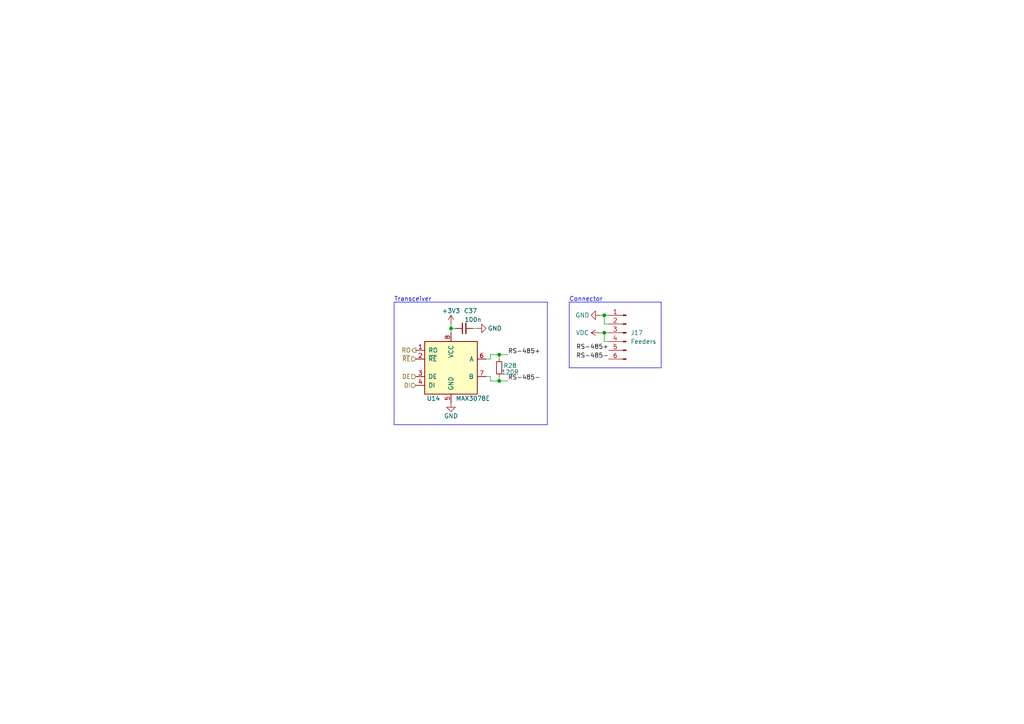
<source format=kicad_sch>
(kicad_sch (version 20231120) (generator "eeschema") (generator_version "8.0")
  (paper "A4")
  (title_block (title "LumenPnP Motherboard") (date "2022-03-29") (company "Opulo"))
  (lib_symbols
    (symbol "Connector:Conn_01x06_Male" (pin_names (offset 1.016) hide)
      (property "Reference" "J" (at 0 7.62 0))
      (property "Value" "Conn_01x06_Male" (at 0 -10.16 0))
      (symbol "Conn_01x06_Male_1_1"
        (polyline (pts (xy 1.27 -7.62) (xy 0.8636 -7.62)) (stroke (width 0.1524)))
        (polyline (pts (xy 1.27 -5.08) (xy 0.8636 -5.08)) (stroke (width 0.1524)))
        (polyline (pts (xy 1.27 -2.54) (xy 0.8636 -2.54)) (stroke (width 0.1524)))
        (polyline (pts (xy 1.27 0) (xy 0.8636 0)) (stroke (width 0.1524)))
        (polyline (pts (xy 1.27 2.54) (xy 0.8636 2.54)) (stroke (width 0.1524)))
        (polyline (pts (xy 1.27 5.08) (xy 0.8636 5.08)) (stroke (width 0.1524)))
        (rectangle (start 0.8636 -7.493) (end 0 -7.747) (stroke (width 0.1524)) (fill (type outline)))
        (rectangle (start 0.8636 -4.953) (end 0 -5.207) (stroke (width 0.1524)) (fill (type outline)))
        (rectangle (start 0.8636 -2.413) (end 0 -2.667) (stroke (width 0.1524)) (fill (type outline)))
        (rectangle (start 0.8636 0.127) (end 0 -0.127) (stroke (width 0.1524)) (fill (type outline)))
        (rectangle (start 0.8636 2.667) (end 0 2.413) (stroke (width 0.1524)) (fill (type outline)))
        (rectangle (start 0.8636 5.207) (end 0 4.953) (stroke (width 0.1524)) (fill (type outline)))
        (pin passive line (at 5.08 5.08 180) (length 3.81) (name "Pin_1") (number "1"))
        (pin passive line (at 5.08 2.54 180) (length 3.81) (name "Pin_2") (number "2"))
        (pin passive line (at 5.08 0 180) (length 3.81) (name "Pin_3") (number "3"))
        (pin passive line (at 5.08 -2.54 180) (length 3.81) (name "Pin_4") (number "4"))
        (pin passive line (at 5.08 -5.08 180) (length 3.81) (name "Pin_5") (number "5"))
        (pin passive line (at 5.08 -7.62 180) (length 3.81) (name "Pin_6") (number "6"))
      )
    )
    (symbol "Device:C_Small" (pin_numbers hide) (pin_names (offset 0.254) hide)
      (property "Reference" "C" (at 0.254 1.778 0))
      (property "Value" "C_Small" (at 0.254 -2.032 0))
      (symbol "C_Small_0_1"
        (polyline (pts (xy -1.524 -0.508) (xy 1.524 -0.508)) (stroke (width 0.3302)))
        (polyline (pts (xy -1.524 0.508) (xy 1.524 0.508)) (stroke (width 0.3048)))
      )
      (symbol "C_Small_1_1"
        (pin passive line (at 0 2.54 270) (length 2.032) (name "~") (number "1"))
        (pin passive line (at 0 -2.54 90) (length 2.032) (name "~") (number "2"))
      )
    )
    (symbol "Device:R_Small" (pin_numbers hide) (pin_names (offset 0.254) hide)
      (property "Reference" "R" (at 0.762 0.508 0))
      (property "Value" "R_Small" (at 0.762 -1.016 0))
      (symbol "R_Small_0_1"
        (rectangle (start -0.762 1.778) (end 0.762 -1.778) (stroke (width 0.2032)))
      )
      (symbol "R_Small_1_1"
        (pin passive line (at 0 2.54 270) (length 0.762) (name "~") (number "1"))
        (pin passive line (at 0 -2.54 90) (length 0.762) (name "~") (number "2"))
      )
    )
    (symbol "Interface_UART:MAX3078E" (pin_names (offset 1.016))
      (property "Reference" "U" (at -7.62 8.89 0))
      (property "Value" "MAX3078E" (at 2.54 8.89 0))
      (symbol "MAX3078E_0_1"
        (rectangle (start -7.62 7.62) (end 7.62 -7.62) (stroke (width 0.254)) (fill (type background)))
      )
      (symbol "MAX3078E_1_1"
        (pin output line (at -10.16 5.08 0) (length 2.54) (name "RO") (number "1"))
        (pin input line (at -10.16 2.54 0) (length 2.54) (name "~{RE}") (number "2"))
        (pin input line (at -10.16 -2.54 0) (length 2.54) (name "DE") (number "3"))
        (pin input line (at -10.16 -5.08 0) (length 2.54) (name "DI") (number "4"))
        (pin power_in line (at 0 -10.16 90) (length 2.54) (name "GND") (number "5"))
        (pin bidirectional line (at 10.16 2.54 180) (length 2.54) (name "A") (number "6"))
        (pin bidirectional line (at 10.16 -2.54 180) (length 2.54) (name "B") (number "7"))
        (pin power_in line (at 0 10.16 270) (length 2.54) (name "VCC") (number "8"))
      )
    )
    (symbol "power:+3.3V" (power) (pin_names (offset 0))
      (property "Value" "+3.3V" (at 0 3.556 0))
      (symbol "+3.3V_0_1"
        (polyline (pts (xy -0.762 1.27) (xy 0 2.54)))
        (polyline (pts (xy 0 0) (xy 0 2.54)))
        (polyline (pts (xy 0 2.54) (xy 0.762 1.27)))
      )
      (symbol "+3.3V_1_1"
        (pin power_in line (at 0 0 90) (length 0) hide (name "+3V3") (number "1"))
      )
    )
    (symbol "power:GND" (power) (pin_names (offset 0))
      (property "Value" "GND" (at 0 -3.81 0))
      (symbol "GND_0_1"
        (polyline (pts (xy 0 0) (xy 0 -1.27) (xy 1.27 -1.27) (xy 0 -2.54) (xy -1.27 -1.27) (xy 0 -1.27)))
      )
      (symbol "GND_1_1"
        (pin power_in line (at 0 0 270) (length 0) hide (name "GND") (number "1"))
      )
    )
    (symbol "power:VDC" (power) (pin_names (offset 0))
      (property "Value" "VDC" (at 0 6.35 0))
      (symbol "VDC_0_1"
        (polyline (pts (xy -0.762 1.27) (xy 0 2.54)))
        (polyline (pts (xy 0 0) (xy 0 2.54)))
        (polyline (pts (xy 0 2.54) (xy 0.762 1.27)))
      )
      (symbol "VDC_1_1"
        (pin power_in line (at 0 0 90) (length 0) hide (name "VDC") (number "1"))
      )
    )
  )
  (junction (at 175.26 96.52))
  (junction (at 144.78 110.49))
  (junction (at 144.78 102.87))
  (junction (at 130.81 95.25))
  (junction (at 175.26 91.44))
  (wire (pts (xy 173.99 91.44) (xy 175.26 91.44)))
  (wire (pts (xy 144.78 110.49) (xy 147.32 110.49)))
  (wire (pts (xy 142.24 102.87) (xy 144.78 102.87)))
  (wire (pts (xy 175.26 96.52) (xy 176.53 96.52)))
  (wire (pts (xy 142.24 104.14) (xy 142.24 102.87)))
  (wire (pts (xy 142.24 110.49) (xy 144.78 110.49)))
  (wire (pts (xy 176.53 99.06) (xy 175.26 99.06)))
  (wire (pts (xy 144.78 109.22) (xy 144.78 110.49)))
  (wire (pts (xy 175.26 91.44) (xy 176.53 91.44)))
  (polyline (pts (xy 191.77 106.68) (xy 165.1 106.68)))
  (polyline (pts (xy 158.75 87.63) (xy 158.75 123.19)))
  (wire (pts (xy 175.26 93.98) (xy 175.26 91.44)))
  (wire (pts (xy 176.53 93.98) (xy 175.26 93.98)))
  (polyline (pts (xy 114.3 87.63) (xy 114.3 123.19)))
  (wire (pts (xy 132.08 95.25) (xy 130.81 95.25)))
  (wire (pts (xy 140.97 109.22) (xy 142.24 109.22)))
  (polyline (pts (xy 165.1 87.63) (xy 165.1 106.68)))
  (wire (pts (xy 175.26 96.52) (xy 175.26 99.06)))
  (wire (pts (xy 130.81 95.25) (xy 130.81 96.52)))
  (wire (pts (xy 173.99 96.52) (xy 175.26 96.52)))
  (polyline (pts (xy 158.75 123.19) (xy 114.3 123.19)))
  (wire (pts (xy 140.97 104.14) (xy 142.24 104.14)))
  (wire (pts (xy 142.24 109.22) (xy 142.24 110.49)))
  (wire (pts (xy 137.16 95.25) (xy 138.43 95.25)))
  (wire (pts (xy 144.78 102.87) (xy 144.78 104.14)))
  (wire (pts (xy 130.81 95.25) (xy 130.81 93.98)))
  (polyline (pts (xy 114.3 87.63) (xy 158.75 87.63)))
  (polyline (pts (xy 165.1 87.63) (xy 191.77 87.63)))
  (wire (pts (xy 144.78 102.87) (xy 147.32 102.87)))
  (polyline (pts (xy 191.77 87.63) (xy 191.77 106.68)))
  (text "Transceiver" (at 114.3 87.63 0) (effects (font (size 1.27 1.27)) (justify left bottom)))
  (text "Connector" (at 165.1 87.63 0) (effects (font (size 1.27 1.27)) (justify left bottom)))
  (label "RS-485-" (at 147.32 110.49 0))
  (label "RS-485-" (at 176.53 104.14 180))
  (label "RS-485+" (at 176.53 101.6 180))
  (label "RS-485+" (at 147.32 102.87 0))
  (hierarchical_label "~{RE}" (shape input) (at 120.65 104.14 180))
  (hierarchical_label "RO" (shape output) (at 120.65 101.6 180))
  (hierarchical_label "DE" (shape input) (at 120.65 109.22 180))
  (hierarchical_label "DI" (shape input) (at 120.65 111.76 180))
  (symbol (lib_id "power:VDC") (at 173.99 96.52 90) (unit 1)
    (property "Reference" "#PWR0174" (effects (hide yes)))
    (property "Value" "VDC" (at 168.91 96.52 90))
  )
  (symbol (lib_id "power:GND") (at 173.99 91.44 270) (unit 1)
    (property "Reference" "#PWR0175" (effects (hide yes)))
    (property "Value" "GND" (at 168.91 91.44 90))
  )
  (symbol (lib_id "Connector:Conn_01x06_Male") (at 181.61 96.52 0) (mirror y) (unit 1)
    (property "Reference" "J17" (at 182.88 96.52 0) (effects (justify right)))
    (property "Value" "Feeders" (at 182.88 99.06 0) (effects (justify right)))
    (property "Footprint" "Connector_IDC:IDC-Header_2x03_P2.54mm_Vertical" (effects (hide yes)))
    (property "LCSC" "C601936" (effects (hide yes)))
    (property "JLCPCB" "C601936" (effects (hide yes)))
  )
  (symbol (lib_id "Device:R_Small") (at 144.78 106.68 0) (unit 1)
    (property "Reference" "R28" (at 147.955 106.045 0))
    (property "Value" "120R" (at 147.955 107.95 0))
    (property "Footprint" "Resistor_SMD:R_0805_2012Metric" (effects (hide yes)))
    (property "Datasheet" "https://www.vishay.com/docs/20035/dcrcwe3.pdf" (effects (hide yes)))
    (property "Digikey" "541-120CCT-ND" (effects (hide yes)))
    (property "JLCPCB" " C17437" (effects (hide yes)))
    (property "LCSC" "C131390 " (effects (hide yes)))
    (property "Mouser" "71-CRCW0805120RFKEA" (effects (hide yes)))
    (property "Notes" "125mW/1%" (effects (hide yes)))
  )
  (symbol (lib_id "Device:C_Small") (at 134.62 95.25 90) (unit 1)
    (property "Reference" "C37" (at 138.43 90.17 90) (effects (justify left)))
    (property "Value" "100n" (at 139.7 92.71 90) (effects (justify left)))
    (property "Footprint" "Capacitor_SMD:C_0805_2012Metric" (effects (hide yes)))
    (property "Digikey" "1276-1180-1-ND" (effects (hide yes)))
    (property "JLCPCB" "C49678" (effects (hide yes)))
    (property "LCSC" "C360619" (effects (hide yes)))
    (property "Mouser" "581-08055C104K" (effects (hide yes)))
    (property "Notes" "50V/10%" (effects (hide yes)))
  )
  (symbol (lib_id "power:GND") (at 138.43 95.25 90) (unit 1)
    (property "Reference" "#PWR0167" (effects (hide yes)))
    (property "Value" "GND" (at 143.51 95.25 90))
  )
  (symbol (lib_id "Interface_UART:MAX3078E") (at 130.81 106.68 0) (unit 1)
    (property "Reference" "U14" (at 125.73 115.57 0))
    (property "Value" "MAX3078E" (at 137.16 115.57 0))
    (property "Footprint" "Package_SO:SOIC-8_3.9x4.9mm_P1.27mm" (effects (hide yes)))
    (property "Datasheet" "https://datasheets.maximintegrated.com/en/ds/MAX3070E-MAX3079E.pdf" (effects (hide yes)))
    (property "LCSC" "C40031" (effects (hide yes)))
    (property "Mouser" "700-MAX3078EESA " (effects (hide yes)))
    (property "JLCPCB" "C40031" (effects (hide yes)))
    (property "Digikey" "MAX3078EASA+-ND" (effects (hide yes)))
  )
  (symbol (lib_id "power:+3.3V") (at 130.81 93.98 0) (unit 1)
    (property "Reference" "#PWR0168" (effects (hide yes)))
    (property "Value" "+3V3" (at 130.81 90.17 0))
  )
  (symbol (lib_id "power:GND") (at 130.81 116.84 0) (unit 1)
    (property "Reference" "#PWR0169" (effects (hide yes)))
    (property "Value" "GND" (at 130.81 120.65 0))
  )
)
</source>
